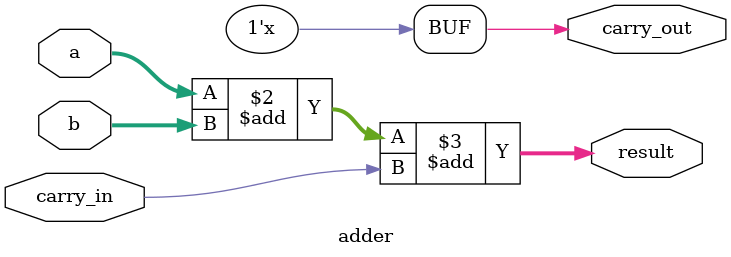
<source format=v>
module adder #(
    parameter WIDTH = 2
) (
    input [WIDTH-1:0] a,
    input [WIDTH-1:0] b,
    input carry_in,
    output reg [WIDTH-1:0] result,
    output reg carry_out
);

    always @(*) begin
        result = a + b + carry_in;
        carry_out = (result[WIDTH] == 1); // Check if there's a carry-out from the MSB
    end

endmodule

</source>
